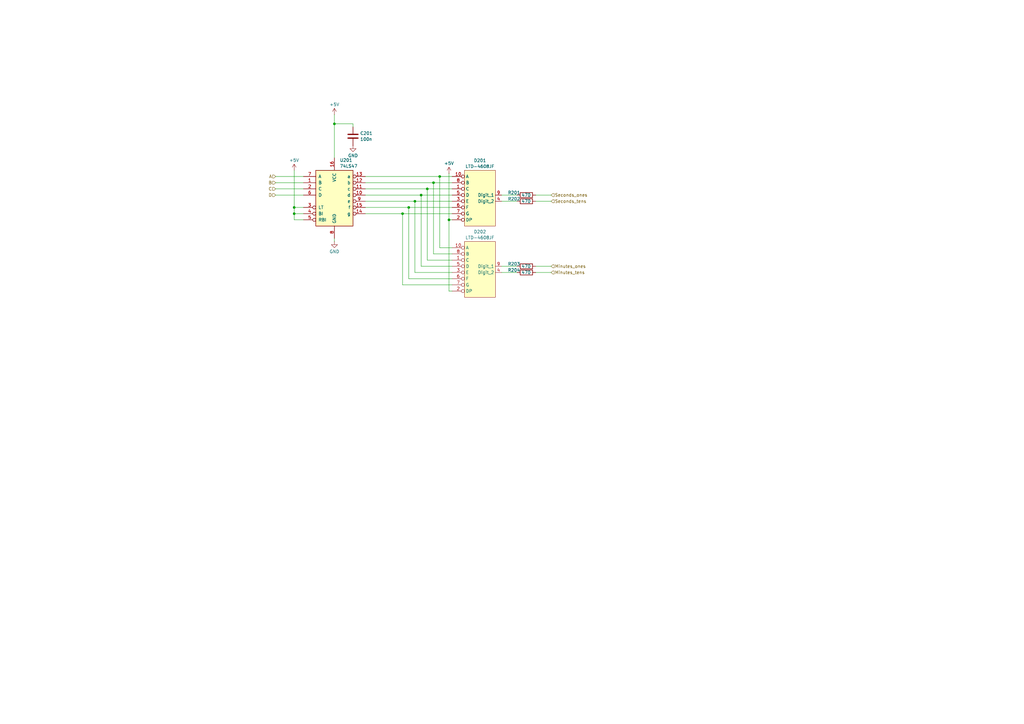
<source format=kicad_sch>
(kicad_sch (version 20231120) (generator "eeschema") (generator_version "8.0")
  (paper "A3")
  (lib_symbols
    (symbol "74xx:74LS47" (pin_names (offset 1.016))
      (property "Reference" "U" (at -7.62 11.43 0))
      (property "Value" "74LS47" (at -7.62 -13.97 0))
      (symbol "74LS47_1_0"
        (pin input line (at -12.7 5.08 0) (length 5.08) (name "B") (number "1"))
        (pin open_collector inverted (at 12.7 0 180) (length 5.08) (name "d") (number "10"))
        (pin open_collector inverted (at 12.7 2.54 180) (length 5.08) (name "c") (number "11"))
        (pin open_collector inverted (at 12.7 5.08 180) (length 5.08) (name "b") (number "12"))
        (pin open_collector inverted (at 12.7 7.62 180) (length 5.08) (name "a") (number "13"))
        (pin open_collector inverted (at 12.7 -7.62 180) (length 5.08) (name "g") (number "14"))
        (pin open_collector inverted (at 12.7 -5.08 180) (length 5.08) (name "f") (number "15"))
        (pin power_in line (at 0 15.24 270) (length 5.08) (name "VCC") (number "16"))
        (pin input line (at -12.7 2.54 0) (length 5.08) (name "C") (number "2"))
        (pin input inverted (at -12.7 -5.08 0) (length 5.08) (name "LT") (number "3"))
        (pin input inverted (at -12.7 -7.62 0) (length 5.08) (name "BI") (number "4"))
        (pin input inverted (at -12.7 -10.16 0) (length 5.08) (name "RBI") (number "5"))
        (pin input line (at -12.7 0 0) (length 5.08) (name "D") (number "6"))
        (pin input line (at -12.7 7.62 0) (length 5.08) (name "A") (number "7"))
        (pin power_in line (at 0 -17.78 90) (length 5.08) (name "GND") (number "8"))
        (pin open_collector inverted (at 12.7 -2.54 180) (length 5.08) (name "e") (number "9"))
      )
      (symbol "74LS47_1_1"
        (rectangle (start -7.62 10.16) (end 7.62 -12.7) (stroke (width 0.254)) (fill (type background)))
      )
    )
    (symbol "Device:C" (pin_numbers hide) (pin_names (offset 0.254))
      (property "Reference" "C" (at 0.635 2.54 0))
      (property "Value" "C" (at 0.635 -2.54 0))
      (symbol "C_0_1"
        (polyline (pts (xy -2.032 -0.762) (xy 2.032 -0.762)) (stroke (width 0.508)))
        (polyline (pts (xy -2.032 0.762) (xy 2.032 0.762)) (stroke (width 0.508)))
      )
      (symbol "C_1_1"
        (pin passive line (at 0 3.81 270) (length 2.794) (name "~") (number "1"))
        (pin passive line (at 0 -3.81 90) (length 2.794) (name "~") (number "2"))
      )
    )
    (symbol "Device:R" (pin_numbers hide) (pin_names (offset 0))
      (property "Reference" "R" (at 2.032 0 90))
      (property "Value" "R" (at 0 0 90))
      (symbol "R_0_1"
        (rectangle (start -1.016 -2.54) (end 1.016 2.54) (stroke (width 0.254)))
      )
      (symbol "R_1_1"
        (pin passive line (at 0 3.81 270) (length 1.27) (name "~") (number "1"))
        (pin passive line (at 0 -3.81 90) (length 1.27) (name "~") (number "2"))
      )
    )
    (symbol "Optoelectronics:LTD-4608JF"
      (property "Reference" "D" (at -8.89 -6.604 0))
      (property "Value" "LTD-4608JF" (at -9.144 -31.75 0))
      (symbol "LTD-4608JF_1_1"
        (rectangle (start -8.89 -7.62) (end 3.81 -30.48) (stroke (width 0) (color 132 0 0 1)) (fill (type background)))
        (pin passive inverted (at -13.97 -15.24 0) (length 5.08) (name "C") (number "1"))
        (pin passive inverted (at -13.97 -10.16 0) (length 5.08) (name "A") (number "10"))
        (pin passive inverted (at -13.97 -27.94 0) (length 5.08) (name "DP") (number "2"))
        (pin passive inverted (at -13.97 -20.32 0) (length 5.08) (name "E") (number "3"))
        (pin input line (at 6.35 -20.32 180) (length 2.54) (name "Digit_2") (number "4"))
        (pin passive inverted (at -13.97 -17.78 0) (length 5.08) (name "D") (number "5"))
        (pin passive inverted (at -13.97 -22.86 0) (length 5.08) (name "F") (number "6"))
        (pin passive inverted (at -13.97 -25.4 0) (length 5.08) (name "G") (number "7"))
        (pin passive inverted (at -13.97 -12.7 0) (length 5.08) (name "B") (number "8"))
        (pin input line (at 6.35 -17.78 180) (length 2.54) (name "Digit_1") (number "9"))
      )
    )
    (symbol "power:+5V" (power) (pin_numbers hide) (pin_names (offset 0) hide)
      (property "Value" "+5V" (at 0 3.556 0))
      (symbol "+5V_0_1"
        (polyline (pts (xy -0.762 1.27) (xy 0 2.54)))
        (polyline (pts (xy 0 0) (xy 0 2.54)))
        (polyline (pts (xy 0 2.54) (xy 0.762 1.27)))
      )
      (symbol "+5V_1_1"
        (pin power_in line (at 0 0 90) (length 0) (name "~") (number "1"))
      )
    )
    (symbol "power:GND" (power) (pin_numbers hide) (pin_names (offset 0) hide)
      (property "Value" "GND" (at 0 -3.81 0))
      (symbol "GND_0_1"
        (polyline (pts (xy 0 0) (xy 0 -1.27) (xy 1.27 -1.27) (xy 0 -2.54) (xy -1.27 -1.27) (xy 0 -1.27)))
      )
      (symbol "GND_1_1"
        (pin power_in line (at 0 0 270) (length 0) (name "~") (number "1"))
      )
    )
  )
  (junction (at 177.8 74.93))
  (junction (at 120.65 87.63))
  (junction (at 172.72 80.01))
  (junction (at 120.65 85.09))
  (junction (at 167.64 85.09))
  (junction (at 180.34 72.39))
  (junction (at 184.15 90.17))
  (junction (at 137.16 50.8))
  (junction (at 175.26 77.47))
  (junction (at 170.18 82.55))
  (junction (at 165.1 87.63))
  (wire (pts (xy 185.42 106.68) (xy 175.26 106.68)))
  (wire (pts (xy 185.42 109.22) (xy 172.72 109.22)))
  (wire (pts (xy 144.78 50.8) (xy 137.16 50.8)))
  (wire (pts (xy 185.42 72.39) (xy 180.34 72.39)))
  (wire (pts (xy 124.46 90.17) (xy 120.65 90.17)))
  (wire (pts (xy 175.26 77.47) (xy 149.86 77.47)))
  (wire (pts (xy 113.03 74.93) (xy 124.46 74.93)))
  (wire (pts (xy 226.06 80.01) (xy 219.71 80.01)))
  (wire (pts (xy 184.15 90.17) (xy 185.42 90.17)))
  (wire (pts (xy 185.42 116.84) (xy 165.1 116.84)))
  (wire (pts (xy 226.06 111.76) (xy 219.71 111.76)))
  (wire (pts (xy 177.8 74.93) (xy 185.42 74.93)))
  (wire (pts (xy 180.34 101.6) (xy 180.34 72.39)))
  (wire (pts (xy 113.03 80.01) (xy 124.46 80.01)))
  (wire (pts (xy 144.78 52.07) (xy 144.78 50.8)))
  (wire (pts (xy 226.06 82.55) (xy 219.71 82.55)))
  (wire (pts (xy 177.8 74.93) (xy 149.86 74.93)))
  (wire (pts (xy 212.09 80.01) (xy 205.74 80.01)))
  (wire (pts (xy 113.03 77.47) (xy 124.46 77.47)))
  (wire (pts (xy 167.64 85.09) (xy 185.42 85.09)))
  (wire (pts (xy 120.65 90.17) (xy 120.65 87.63)))
  (wire (pts (xy 185.42 104.14) (xy 177.8 104.14)))
  (wire (pts (xy 212.09 111.76) (xy 205.74 111.76)))
  (wire (pts (xy 180.34 72.39) (xy 149.86 72.39)))
  (wire (pts (xy 185.42 111.76) (xy 170.18 111.76)))
  (wire (pts (xy 212.09 82.55) (xy 205.74 82.55)))
  (wire (pts (xy 172.72 80.01) (xy 149.86 80.01)))
  (wire (pts (xy 120.65 85.09) (xy 120.65 69.85)))
  (wire (pts (xy 184.15 119.38) (xy 184.15 90.17)))
  (wire (pts (xy 172.72 109.22) (xy 172.72 80.01)))
  (wire (pts (xy 167.64 114.3) (xy 167.64 85.09)))
  (wire (pts (xy 170.18 82.55) (xy 149.86 82.55)))
  (wire (pts (xy 137.16 50.8) (xy 137.16 64.77)))
  (wire (pts (xy 124.46 85.09) (xy 120.65 85.09)))
  (wire (pts (xy 113.03 72.39) (xy 124.46 72.39)))
  (wire (pts (xy 165.1 87.63) (xy 149.86 87.63)))
  (wire (pts (xy 185.42 101.6) (xy 180.34 101.6)))
  (wire (pts (xy 185.42 119.38) (xy 184.15 119.38)))
  (wire (pts (xy 165.1 116.84) (xy 165.1 87.63)))
  (wire (pts (xy 177.8 74.93) (xy 177.8 104.14)))
  (wire (pts (xy 167.64 85.09) (xy 149.86 85.09)))
  (wire (pts (xy 184.15 90.17) (xy 184.15 71.12)))
  (wire (pts (xy 212.09 109.22) (xy 205.74 109.22)))
  (wire (pts (xy 185.42 114.3) (xy 167.64 114.3)))
  (wire (pts (xy 120.65 87.63) (xy 120.65 85.09)))
  (wire (pts (xy 175.26 77.47) (xy 175.26 106.68)))
  (wire (pts (xy 137.16 99.06) (xy 137.16 97.79)))
  (wire (pts (xy 226.06 109.22) (xy 219.71 109.22)))
  (wire (pts (xy 137.16 46.99) (xy 137.16 50.8)))
  (wire (pts (xy 170.18 82.55) (xy 185.42 82.55)))
  (wire (pts (xy 124.46 87.63) (xy 120.65 87.63)))
  (wire (pts (xy 165.1 87.63) (xy 185.42 87.63)))
  (wire (pts (xy 175.26 77.47) (xy 185.42 77.47)))
  (wire (pts (xy 170.18 111.76) (xy 170.18 82.55)))
  (wire (pts (xy 172.72 80.01) (xy 185.42 80.01)))
  (hierarchical_label "Seconds_ones" (shape input) (at 226.06 80.01 0))
  (hierarchical_label "D" (shape input) (at 113.03 80.01 180))
  (hierarchical_label "Minutes_ones" (shape input) (at 226.06 109.22 0))
  (hierarchical_label "Minutes_tens" (shape input) (at 226.06 111.76 0))
  (hierarchical_label "B" (shape input) (at 113.03 74.93 180))
  (hierarchical_label "A" (shape input) (at 113.03 72.39 180))
  (hierarchical_label "C" (shape input) (at 113.03 77.47 180))
  (hierarchical_label "Seconds_tens" (shape input) (at 226.06 82.55 0))
  (symbol (lib_id "power:+5V") (at 137.16 46.99 0) (unit 1)
    (property "Reference" "#PWR0201" (effects (hide yes)))
    (property "Value" "+5V" (at 137.16 42.8569 0))
    (property "Description" "Power symbol creates a global label with name \"+5V\"" (effects (hide yes)))
  )
  (symbol (lib_id "Device:R") (at 215.9 109.22 90) (unit 1)
    (property "Reference" "R203" (at 213.36 108.966 90) (effects (justify left top)))
    (property "Value" "470" (at 213.868 109.22 90) (effects (justify right)))
    (property "Footprint" "Resistor_THT:R_Axial_DIN0207_L6.3mm_D2.5mm_P10.16mm_Horizontal" (effects (hide yes)))
    (property "Description" "Resistor" (effects (hide yes)))
  )
  (symbol (lib_id "Optoelectronics:LTD-4608JF") (at 199.39 91.44 0) (unit 1)
    (property "Reference" "D202" (at 196.85 95.0425 0))
    (property "Value" "LTD-4608JF" (at 196.85 97.4668 0))
    (property "Datasheet" "https://optoelectronics.liteon.com/upload/download/DS30-2001-317/D4608JF.pdf" (effects (hide yes)))
    (property "Description" "Display Modules - LED Character and Numeric Orange-Yellow 7-Segment 2 Character Common Anode 2.05V 20mA 0.504\" H x 0.782\" W x 0.276\" D (12.80mm x 19.86mm x 7.00mm) 10-DIP (0.400\", 10.16mm)" (effects (hide yes)))
    (property "digikey_partnumber" "160-1536-5-ND" (effects (hide yes)))
    (property "Common pin" "Common Anode " (effects (hide yes)))
    (property "Vf" "2.05V " (effects (hide yes)))
  )
  (symbol (lib_id "power:GND") (at 137.16 99.06 0) (unit 1)
    (property "Reference" "#PWR0205" (effects (hide yes)))
    (property "Value" "GND" (at 137.16 103.1931 0))
    (property "Description" "Power symbol creates a global label with name \"GND\" , ground" (effects (hide yes)))
  )
  (symbol (lib_id "Optoelectronics:LTD-4608JF") (at 199.39 62.23 0) (unit 1)
    (property "Reference" "D201" (at 196.85 65.8325 0))
    (property "Value" "LTD-4608JF" (at 196.85 68.2568 0))
    (property "Datasheet" "https://optoelectronics.liteon.com/upload/download/DS30-2001-317/D4608JF.pdf" (effects (hide yes)))
    (property "Description" "Display Modules - LED Character and Numeric Orange-Yellow 7-Segment 2 Character Common Anode 2.05V 20mA 0.504\" H x 0.782\" W x 0.276\" D (12.80mm x 19.86mm x 7.00mm) 10-DIP (0.400\", 10.16mm)" (effects (hide yes)))
    (property "digikey_partnumber" "160-1536-5-ND" (effects (hide yes)))
    (property "Common pin" "Common Anode " (effects (hide yes)))
    (property "Vf" "2.05V " (effects (hide yes)))
  )
  (symbol (lib_id "power:+5V") (at 184.15 71.12 0) (unit 1)
    (property "Reference" "#PWR0204" (effects (hide yes)))
    (property "Value" "+5V" (at 184.15 66.9869 0))
    (property "Description" "Power symbol creates a global label with name \"+5V\"" (effects (hide yes)))
  )
  (symbol (lib_id "power:GND") (at 144.78 59.69 0) (unit 1)
    (property "Reference" "#PWR0202" (effects (hide yes)))
    (property "Value" "GND" (at 144.78 63.8231 0))
    (property "Description" "Power symbol creates a global label with name \"GND\" , ground" (effects (hide yes)))
  )
  (symbol (lib_id "74xx:74LS47") (at 137.16 80.01 0) (unit 1)
    (property "Reference" "U201" (at 139.3541 65.7055 0) (effects (justify left)))
    (property "Value" "74LS47" (at 139.3541 68.1298 0) (effects (justify left)))
    (property "Footprint" "OMG_Drivers:N16" (effects (hide yes)))
    (property "Datasheet" "http://www.ti.com/lit/gpn/sn74LS47" (effects (hide yes)))
    (property "Description" "BCD to 7-segment Driver, Open Collector, 30V outputs" (effects (hide yes)))
  )
  (symbol (lib_id "Device:R") (at 215.9 80.01 90) (unit 1)
    (property "Reference" "R201" (at 213.36 79.756 90) (effects (justify left top)))
    (property "Value" "470" (at 213.868 80.01 90) (effects (justify right)))
    (property "Footprint" "Resistor_THT:R_Axial_DIN0207_L6.3mm_D2.5mm_P10.16mm_Horizontal" (effects (hide yes)))
    (property "Description" "Resistor" (effects (hide yes)))
  )
  (symbol (lib_id "Device:R") (at 215.9 82.55 90) (unit 1)
    (property "Reference" "R202" (at 213.36 82.296 90) (effects (justify left top)))
    (property "Value" "470" (at 213.868 82.55 90) (effects (justify right)))
    (property "Footprint" "Resistor_THT:R_Axial_DIN0207_L6.3mm_D2.5mm_P10.16mm_Horizontal" (effects (hide yes)))
    (property "Description" "Resistor" (effects (hide yes)))
  )
  (symbol (lib_id "Device:R") (at 215.9 111.76 90) (unit 1)
    (property "Reference" "R204" (at 213.36 111.506 90) (effects (justify left top)))
    (property "Value" "470" (at 213.868 111.76 90) (effects (justify right)))
    (property "Footprint" "Resistor_THT:R_Axial_DIN0207_L6.3mm_D2.5mm_P10.16mm_Horizontal" (effects (hide yes)))
    (property "Description" "Resistor" (effects (hide yes)))
  )
  (symbol (lib_id "power:+5V") (at 120.65 69.85 0) (unit 1)
    (property "Reference" "#PWR0203" (effects (hide yes)))
    (property "Value" "+5V" (at 120.65 65.7169 0))
    (property "Description" "Power symbol creates a global label with name \"+5V\"" (effects (hide yes)))
  )
  (symbol (lib_id "Device:C") (at 144.78 55.88 0) (unit 1)
    (property "Reference" "C201" (at 147.701 54.6678 0) (effects (justify left)))
    (property "Value" "100n" (at 147.701 57.0921 0) (effects (justify left)))
    (property "Footprint" "Capacitor_THT:C_Disc_D4.7mm_W2.5mm_P5.00mm" (effects (hide yes)))
    (property "Description" "Unpolarized capacitor" (effects (hide yes)))
  )
)
</source>
